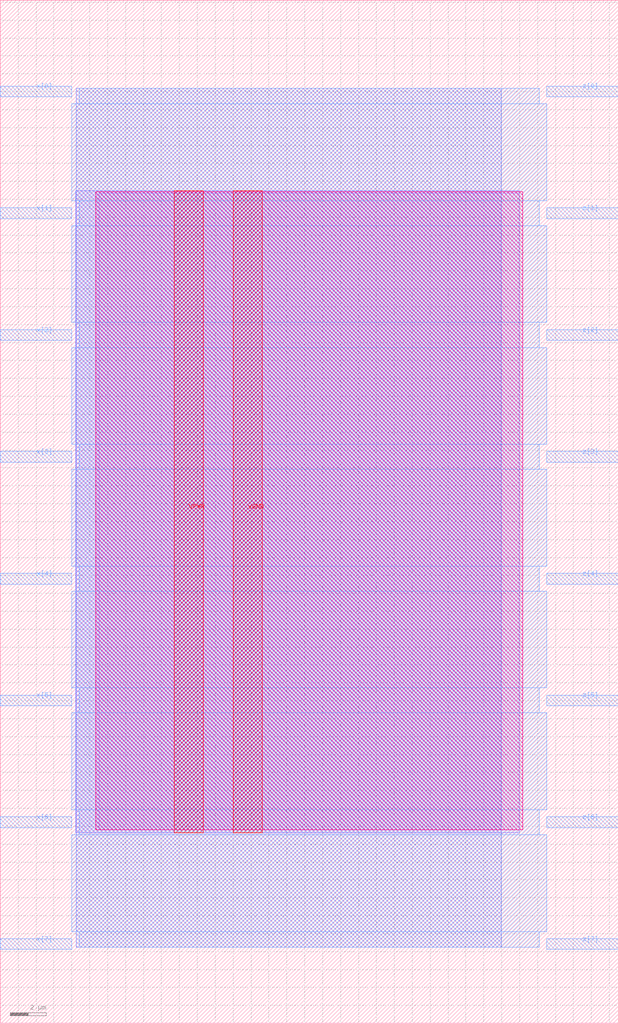
<source format=lef>
VERSION 5.7 ;
  NOWIREEXTENSIONATPIN ON ;
  DIVIDERCHAR "/" ;
  BUSBITCHARS "[]" ;
MACRO TwosComplementer
  CLASS BLOCK ;
  FOREIGN TwosComplementer ;
  ORIGIN 0.000 0.000 ;
  SIZE 34.500 BY 57.120 ;
  PIN VGND
    DIRECTION INOUT ;
    USE GROUND ;
    PORT
      LAYER met4 ;
        RECT 13.020 10.640 14.620 46.480 ;
    END
  END VGND
  PIN VPWR
    DIRECTION INOUT ;
    USE POWER ;
    PORT
      LAYER met4 ;
        RECT 9.720 10.640 11.320 46.480 ;
    END
  END VPWR
  PIN x[0]
    DIRECTION INPUT ;
    USE SIGNAL ;
    ANTENNAGATEAREA 0.126000 ;
    PORT
      LAYER met3 ;
        RECT 0.000 51.720 4.000 52.320 ;
    END
  END x[0]
  PIN x[1]
    DIRECTION INPUT ;
    USE SIGNAL ;
    ANTENNAGATEAREA 0.196500 ;
    PORT
      LAYER met3 ;
        RECT 0.000 44.920 4.000 45.520 ;
    END
  END x[1]
  PIN x[2]
    DIRECTION INPUT ;
    USE SIGNAL ;
    ANTENNAGATEAREA 0.196500 ;
    PORT
      LAYER met3 ;
        RECT 0.000 38.120 4.000 38.720 ;
    END
  END x[2]
  PIN x[3]
    DIRECTION INPUT ;
    USE SIGNAL ;
    ANTENNAGATEAREA 0.196500 ;
    PORT
      LAYER met3 ;
        RECT 0.000 31.320 4.000 31.920 ;
    END
  END x[3]
  PIN x[4]
    DIRECTION INPUT ;
    USE SIGNAL ;
    ANTENNAGATEAREA 0.196500 ;
    PORT
      LAYER met3 ;
        RECT 0.000 24.520 4.000 25.120 ;
    END
  END x[4]
  PIN x[5]
    DIRECTION INPUT ;
    USE SIGNAL ;
    ANTENNAGATEAREA 0.196500 ;
    PORT
      LAYER met3 ;
        RECT 0.000 17.720 4.000 18.320 ;
    END
  END x[5]
  PIN x[6]
    DIRECTION INPUT ;
    USE SIGNAL ;
    ANTENNAGATEAREA 0.196500 ;
    PORT
      LAYER met3 ;
        RECT 0.000 10.920 4.000 11.520 ;
    END
  END x[6]
  PIN x[7]
    DIRECTION INPUT ;
    USE SIGNAL ;
    ANTENNAGATEAREA 0.196500 ;
    PORT
      LAYER met3 ;
        RECT 0.000 4.120 4.000 4.720 ;
    END
  END x[7]
  PIN z[0]
    DIRECTION OUTPUT ;
    USE SIGNAL ;
    ANTENNADIFFAREA 0.445500 ;
    PORT
      LAYER met3 ;
        RECT 30.500 51.720 34.500 52.320 ;
    END
  END z[0]
  PIN z[1]
    DIRECTION OUTPUT ;
    USE SIGNAL ;
    ANTENNADIFFAREA 0.445500 ;
    PORT
      LAYER met3 ;
        RECT 30.500 44.920 34.500 45.520 ;
    END
  END z[1]
  PIN z[2]
    DIRECTION OUTPUT ;
    USE SIGNAL ;
    ANTENNADIFFAREA 0.445500 ;
    PORT
      LAYER met3 ;
        RECT 30.500 38.120 34.500 38.720 ;
    END
  END z[2]
  PIN z[3]
    DIRECTION OUTPUT ;
    USE SIGNAL ;
    ANTENNADIFFAREA 0.445500 ;
    PORT
      LAYER met3 ;
        RECT 30.500 31.320 34.500 31.920 ;
    END
  END z[3]
  PIN z[4]
    DIRECTION OUTPUT ;
    USE SIGNAL ;
    ANTENNADIFFAREA 0.445500 ;
    PORT
      LAYER met3 ;
        RECT 30.500 24.520 34.500 25.120 ;
    END
  END z[4]
  PIN z[5]
    DIRECTION OUTPUT ;
    USE SIGNAL ;
    ANTENNADIFFAREA 0.445500 ;
    PORT
      LAYER met3 ;
        RECT 30.500 17.720 34.500 18.320 ;
    END
  END z[5]
  PIN z[6]
    DIRECTION OUTPUT ;
    USE SIGNAL ;
    ANTENNADIFFAREA 0.445500 ;
    PORT
      LAYER met3 ;
        RECT 30.500 10.920 34.500 11.520 ;
    END
  END z[6]
  PIN z[7]
    DIRECTION OUTPUT ;
    USE SIGNAL ;
    ANTENNADIFFAREA 0.795200 ;
    PORT
      LAYER met3 ;
        RECT 30.500 4.120 34.500 4.720 ;
    END
  END z[7]
  OBS
      LAYER nwell ;
        RECT 5.330 10.795 29.170 46.430 ;
      LAYER li1 ;
        RECT 5.520 10.795 28.980 46.325 ;
      LAYER met1 ;
        RECT 4.210 10.640 28.980 46.480 ;
      LAYER met2 ;
        RECT 4.230 4.235 27.960 52.205 ;
      LAYER met3 ;
        RECT 4.400 51.320 30.100 52.185 ;
        RECT 3.990 45.920 30.500 51.320 ;
        RECT 4.400 44.520 30.100 45.920 ;
        RECT 3.990 39.120 30.500 44.520 ;
        RECT 4.400 37.720 30.100 39.120 ;
        RECT 3.990 32.320 30.500 37.720 ;
        RECT 4.400 30.920 30.100 32.320 ;
        RECT 3.990 25.520 30.500 30.920 ;
        RECT 4.400 24.120 30.100 25.520 ;
        RECT 3.990 18.720 30.500 24.120 ;
        RECT 4.400 17.320 30.100 18.720 ;
        RECT 3.990 11.920 30.500 17.320 ;
        RECT 4.400 10.520 30.100 11.920 ;
        RECT 3.990 5.120 30.500 10.520 ;
        RECT 4.400 4.255 30.100 5.120 ;
  END
END TwosComplementer
END LIBRARY


</source>
